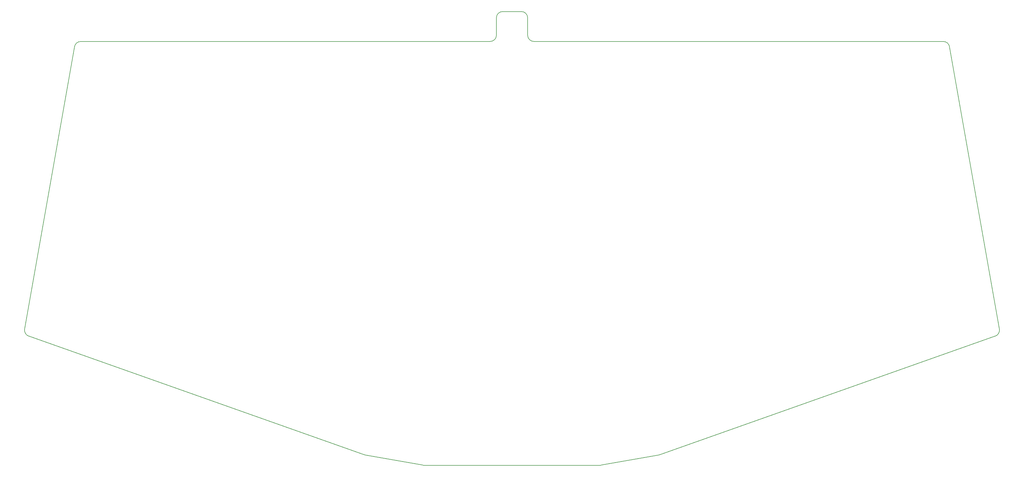
<source format=gbr>
G04 #@! TF.GenerationSoftware,KiCad,Pcbnew,(5.1.4)-1*
G04 #@! TF.CreationDate,2020-06-06T10:26:38-06:00*
G04 #@! TF.ProjectId,pariah_staggered,70617269-6168-45f7-9374-616767657265,rev?*
G04 #@! TF.SameCoordinates,Original*
G04 #@! TF.FileFunction,Profile,NP*
%FSLAX46Y46*%
G04 Gerber Fmt 4.6, Leading zero omitted, Abs format (unit mm)*
G04 Created by KiCad (PCBNEW (5.1.4)-1) date 2020-06-06 10:26:38*
%MOMM*%
%LPD*%
G04 APERTURE LIST*
%ADD10C,0.200000*%
G04 APERTURE END LIST*
D10*
X-140057710Y61299588D02*
G75*
G02X-138088094Y62952292I1969616J-347296D01*
G01*
X-156012078Y-29182131D02*
X-140057710Y61299589D01*
X-154708836Y-31415148D02*
G75*
G02X-156012078Y-29182131I666373J1885721D01*
G01*
X-47206821Y-69404069D02*
X-154708837Y-31415149D01*
X-46887743Y-69487962D02*
G75*
G02X-47206821Y-69404069I347296J1969615D01*
G01*
X-28462485Y-72736833D02*
X-46887744Y-69487963D01*
X-28115189Y-72767217D02*
G75*
G02X-28462485Y-72736833I0J2000000D01*
G01*
X-28115189Y-72767217D02*
X28115189Y-72767217D01*
X28462485Y-72736833D02*
G75*
G02X28115189Y-72767217I-347296J1969616D01*
G01*
X28462485Y-72736833D02*
X46887744Y-69487963D01*
X47206822Y-69404069D02*
G75*
G02X46887744Y-69487963I-666375J1885722D01*
G01*
X47206821Y-69404069D02*
X154708837Y-31415149D01*
X156012078Y-29182131D02*
G75*
G02X154708837Y-31415149I-1969615J-347296D01*
G01*
X156012078Y-29182131D02*
X140057710Y61299589D01*
X138088093Y62952293D02*
G75*
G02X140057710Y61299589I1J-2000001D01*
G01*
X138088094Y62952292D02*
X6999980Y62952292D01*
X6999980Y62952292D02*
G75*
G02X4999980Y64952292I0J2000000D01*
G01*
X4999980Y64952292D02*
X4999980Y70544600D01*
X2999980Y72544600D02*
G75*
G02X4999980Y70544600I0J-2000000D01*
G01*
X-3000019Y72544600D02*
X2999980Y72544600D01*
X-5000019Y70544600D02*
G75*
G02X-3000019Y72544600I2000000J0D01*
G01*
X-5000019Y70544600D02*
X-5000019Y64952223D01*
X-5000018Y64952223D02*
G75*
G02X-6983328Y62952292I-2000001J0D01*
G01*
X-138088094Y62952292D02*
X-6983328Y62952292D01*
M02*

</source>
